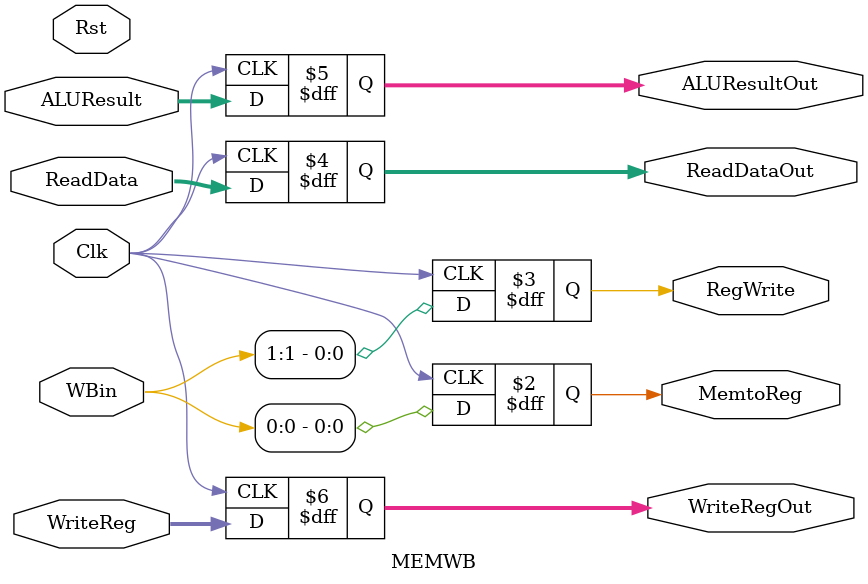
<source format=v>
`timescale 1ns / 1ps


module MEMWB(Rst, Clk, WBin, ReadData, ALUResult, WriteReg, MemtoReg, RegWrite, ReadDataOut, ALUResultOut, WriteRegOut);
  
    input Rst, Clk;
    input [1:0] WBin;
    input [31:0] ReadData, ALUResult;
    input [4:0] WriteReg;
  
    output reg MemtoReg, RegWrite;
    output reg [31:0] ReadDataOut, ALUResultOut;
    output reg [4:0] WriteRegOut;
  
  
    always @(posedge Clk) begin
        MemtoReg <= WBin[0];
        RegWrite <= WBin[1];
        ReadDataOut <= ReadData;
        ALUResultOut <= ALUResult;
        WriteRegOut <= WriteReg;
    end
endmodule

</source>
